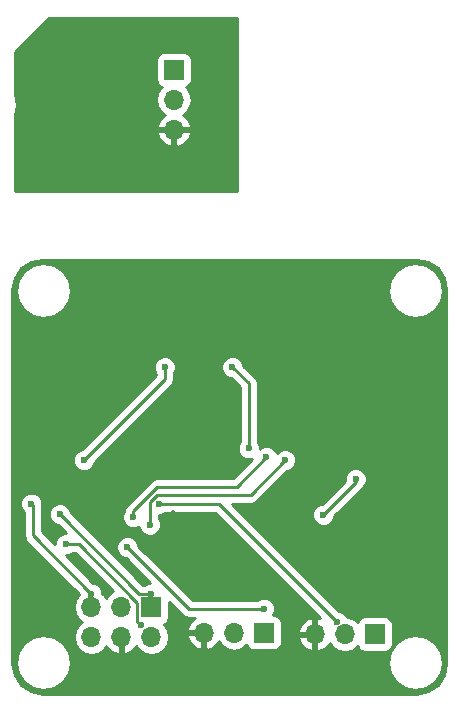
<source format=gbr>
G04 #@! TF.FileFunction,Copper,L2,Bot,Signal*
%FSLAX46Y46*%
G04 Gerber Fmt 4.6, Leading zero omitted, Abs format (unit mm)*
G04 Created by KiCad (PCBNEW 4.0.7) date 04/10/18 01:59:35*
%MOMM*%
%LPD*%
G01*
G04 APERTURE LIST*
%ADD10C,0.100000*%
%ADD11R,1.700000X1.700000*%
%ADD12O,1.700000X1.700000*%
%ADD13C,0.600000*%
%ADD14C,0.250000*%
%ADD15C,0.254000*%
G04 APERTURE END LIST*
D10*
D11*
X108084932Y-92917346D03*
D12*
X108084932Y-95457346D03*
X108084932Y-97997346D03*
D11*
X115697000Y-140589000D03*
D12*
X113157000Y-140589000D03*
X110617000Y-140589000D03*
D11*
X106172000Y-138430000D03*
D12*
X106172000Y-140970000D03*
X103632000Y-138430000D03*
X103632000Y-140970000D03*
X101092000Y-138430000D03*
X101092000Y-140970000D03*
D11*
X125095000Y-140716000D03*
D12*
X122555000Y-140716000D03*
X120015000Y-140716000D03*
D13*
X113030000Y-118110000D03*
X114403000Y-124992000D03*
X123470002Y-127571500D03*
X120743000Y-130590000D03*
X107550000Y-133077000D03*
X102362000Y-136906000D03*
X109855000Y-130810000D03*
X128524000Y-128524000D03*
X121920000Y-118364000D03*
X103225600Y-119405400D03*
X115138200Y-131394200D03*
X100457000Y-125984000D03*
X107315000Y-118110000D03*
X106784640Y-129696180D03*
X121920000Y-139700000D03*
X104140000Y-133350000D03*
X115697000Y-138557000D03*
X98425000Y-130556000D03*
X106172000Y-137287000D03*
X98933000Y-133096000D03*
X105283000Y-139954000D03*
X96012000Y-129667000D03*
X101092000Y-137287000D03*
X115921075Y-125741999D03*
X104642265Y-130814340D03*
X106045000Y-131445000D03*
X117500067Y-125992024D03*
X104782932Y-101172346D03*
D14*
X114403000Y-119483000D02*
X113030000Y-118110000D01*
X114403000Y-124992000D02*
X114403000Y-119483000D01*
X120743000Y-130590000D02*
X123470002Y-127862998D01*
X123470002Y-127862998D02*
X123470002Y-127571500D01*
X108442600Y-130810000D02*
X109855000Y-130810000D01*
X107950000Y-130317400D02*
X108442600Y-130810000D01*
X100457000Y-125984000D02*
X107315000Y-119126000D01*
X107315000Y-119126000D02*
X107315000Y-118110000D01*
X111912400Y-129692400D02*
X106788420Y-129692400D01*
X106788420Y-129692400D02*
X106784640Y-129696180D01*
X121920000Y-139700000D02*
X111912400Y-129692400D01*
X109347000Y-138557000D02*
X104140000Y-133350000D01*
X115697000Y-138557000D02*
X109347000Y-138557000D01*
X106172000Y-137287000D02*
X105156000Y-137287000D01*
X105156000Y-137287000D02*
X98425000Y-130556000D01*
X105283000Y-139954000D02*
X104983001Y-139654001D01*
X104983001Y-139654001D02*
X104983001Y-138041999D01*
X104983001Y-138041999D02*
X100037002Y-133096000D01*
X100037002Y-133096000D02*
X98933000Y-133096000D01*
X96139000Y-132334000D02*
X96139000Y-129794000D01*
X96139000Y-129794000D02*
X96012000Y-129667000D01*
X101092000Y-137287000D02*
X96139000Y-132334000D01*
X106649408Y-128270000D02*
X113393074Y-128270000D01*
X113393074Y-128270000D02*
X115921075Y-125741999D01*
X104642265Y-130814340D02*
X104642265Y-130277143D01*
X104642265Y-130277143D02*
X106649408Y-128270000D01*
X106650818Y-128905000D02*
X114587091Y-128905000D01*
X114587091Y-128905000D02*
X117500067Y-125992024D01*
X106045000Y-131445000D02*
X106045000Y-129510818D01*
X106045000Y-129510818D02*
X106650818Y-128905000D01*
D15*
G36*
X129598745Y-109214372D02*
X130402206Y-109751228D01*
X130939062Y-110554687D01*
X131141000Y-111569901D01*
X131141000Y-143184967D01*
X130939062Y-144200181D01*
X130402206Y-145003640D01*
X129598745Y-145540496D01*
X128583533Y-145742434D01*
X96968467Y-145742434D01*
X95953253Y-145540496D01*
X95149794Y-145003640D01*
X94612938Y-144200179D01*
X94411000Y-143184967D01*
X94411000Y-143125434D01*
X94711050Y-143125434D01*
X94887417Y-144012092D01*
X95389669Y-144763765D01*
X96141342Y-145266017D01*
X97028000Y-145442384D01*
X97914658Y-145266017D01*
X98666331Y-144763765D01*
X99168583Y-144012092D01*
X99344950Y-143125434D01*
X126207050Y-143125434D01*
X126383417Y-144012092D01*
X126885669Y-144763765D01*
X127637342Y-145266017D01*
X128524000Y-145442384D01*
X129410658Y-145266017D01*
X130162331Y-144763765D01*
X130664583Y-144012092D01*
X130840950Y-143125434D01*
X130664583Y-142238776D01*
X130162331Y-141487103D01*
X129410658Y-140984851D01*
X128524000Y-140808484D01*
X127637342Y-140984851D01*
X126885669Y-141487103D01*
X126383417Y-142238776D01*
X126207050Y-143125434D01*
X99344950Y-143125434D01*
X99168583Y-142238776D01*
X98666331Y-141487103D01*
X97914658Y-140984851D01*
X97028000Y-140808484D01*
X96141342Y-140984851D01*
X95389669Y-141487103D01*
X94887417Y-142238776D01*
X94711050Y-143125434D01*
X94411000Y-143125434D01*
X94411000Y-129852167D01*
X95076838Y-129852167D01*
X95218883Y-130195943D01*
X95379000Y-130356340D01*
X95379000Y-132334000D01*
X95436852Y-132624839D01*
X95601599Y-132871401D01*
X100065388Y-137335190D01*
X100041946Y-137350853D01*
X99720039Y-137832622D01*
X99607000Y-138400907D01*
X99607000Y-138459093D01*
X99720039Y-139027378D01*
X100041946Y-139509147D01*
X100327578Y-139700000D01*
X100041946Y-139890853D01*
X99720039Y-140372622D01*
X99607000Y-140940907D01*
X99607000Y-140999093D01*
X99720039Y-141567378D01*
X100041946Y-142049147D01*
X100523715Y-142371054D01*
X101092000Y-142484093D01*
X101660285Y-142371054D01*
X102142054Y-142049147D01*
X102369702Y-141708447D01*
X102436817Y-141851358D01*
X102865076Y-142241645D01*
X103275110Y-142411476D01*
X103505000Y-142290155D01*
X103505000Y-141097000D01*
X103485000Y-141097000D01*
X103485000Y-140843000D01*
X103505000Y-140843000D01*
X103505000Y-140823000D01*
X103759000Y-140823000D01*
X103759000Y-140843000D01*
X103779000Y-140843000D01*
X103779000Y-141097000D01*
X103759000Y-141097000D01*
X103759000Y-142290155D01*
X103988890Y-142411476D01*
X104398924Y-142241645D01*
X104827183Y-141851358D01*
X104894298Y-141708447D01*
X105121946Y-142049147D01*
X105603715Y-142371054D01*
X106172000Y-142484093D01*
X106740285Y-142371054D01*
X107222054Y-142049147D01*
X107543961Y-141567378D01*
X107657000Y-140999093D01*
X107657000Y-140945892D01*
X109175514Y-140945892D01*
X109421817Y-141470358D01*
X109850076Y-141860645D01*
X110260110Y-142030476D01*
X110490000Y-141909155D01*
X110490000Y-140716000D01*
X109296181Y-140716000D01*
X109175514Y-140945892D01*
X107657000Y-140945892D01*
X107657000Y-140940907D01*
X107543961Y-140372622D01*
X107222054Y-139890853D01*
X107220821Y-139890029D01*
X107257317Y-139883162D01*
X107473441Y-139744090D01*
X107618431Y-139531890D01*
X107669440Y-139280000D01*
X107669440Y-137954242D01*
X108809599Y-139094401D01*
X109056161Y-139259148D01*
X109347000Y-139317000D01*
X109850933Y-139317000D01*
X109850076Y-139317355D01*
X109421817Y-139707642D01*
X109175514Y-140232108D01*
X109296181Y-140462000D01*
X110490000Y-140462000D01*
X110490000Y-140442000D01*
X110744000Y-140442000D01*
X110744000Y-140462000D01*
X110764000Y-140462000D01*
X110764000Y-140716000D01*
X110744000Y-140716000D01*
X110744000Y-141909155D01*
X110973890Y-142030476D01*
X111383924Y-141860645D01*
X111812183Y-141470358D01*
X111879298Y-141327447D01*
X112106946Y-141668147D01*
X112588715Y-141990054D01*
X113157000Y-142103093D01*
X113725285Y-141990054D01*
X114207054Y-141668147D01*
X114234850Y-141626548D01*
X114243838Y-141674317D01*
X114382910Y-141890441D01*
X114595110Y-142035431D01*
X114847000Y-142086440D01*
X116547000Y-142086440D01*
X116782317Y-142042162D01*
X116998441Y-141903090D01*
X117143431Y-141690890D01*
X117194440Y-141439000D01*
X117194440Y-141072892D01*
X118573514Y-141072892D01*
X118819817Y-141597358D01*
X119248076Y-141987645D01*
X119658110Y-142157476D01*
X119888000Y-142036155D01*
X119888000Y-140843000D01*
X118694181Y-140843000D01*
X118573514Y-141072892D01*
X117194440Y-141072892D01*
X117194440Y-140359108D01*
X118573514Y-140359108D01*
X118694181Y-140589000D01*
X119888000Y-140589000D01*
X119888000Y-139395845D01*
X119658110Y-139274524D01*
X119248076Y-139444355D01*
X118819817Y-139834642D01*
X118573514Y-140359108D01*
X117194440Y-140359108D01*
X117194440Y-139739000D01*
X117150162Y-139503683D01*
X117011090Y-139287559D01*
X116798890Y-139142569D01*
X116547000Y-139091560D01*
X116484952Y-139091560D01*
X116489192Y-139087327D01*
X116631838Y-138743799D01*
X116632162Y-138371833D01*
X116490117Y-138028057D01*
X116227327Y-137764808D01*
X115883799Y-137622162D01*
X115511833Y-137621838D01*
X115168057Y-137763883D01*
X115134882Y-137797000D01*
X109661802Y-137797000D01*
X105075122Y-133210320D01*
X105075162Y-133164833D01*
X104933117Y-132821057D01*
X104670327Y-132557808D01*
X104326799Y-132415162D01*
X103954833Y-132414838D01*
X103611057Y-132556883D01*
X103347808Y-132819673D01*
X103205162Y-133163201D01*
X103204838Y-133535167D01*
X103346883Y-133878943D01*
X103609673Y-134142192D01*
X103953201Y-134284838D01*
X104000077Y-134284879D01*
X106067106Y-136351908D01*
X105986833Y-136351838D01*
X105643057Y-136493883D01*
X105609882Y-136527000D01*
X105470802Y-136527000D01*
X99943309Y-130999507D01*
X103707103Y-130999507D01*
X103849148Y-131343283D01*
X104111938Y-131606532D01*
X104455466Y-131749178D01*
X104827432Y-131749502D01*
X105110772Y-131632428D01*
X105251883Y-131973943D01*
X105514673Y-132237192D01*
X105858201Y-132379838D01*
X106230167Y-132380162D01*
X106573943Y-132238117D01*
X106837192Y-131975327D01*
X106979838Y-131631799D01*
X106980162Y-131259833D01*
X106838117Y-130916057D01*
X106805000Y-130882882D01*
X106805000Y-130631198D01*
X106969807Y-130631342D01*
X107313583Y-130489297D01*
X107350544Y-130452400D01*
X111597598Y-130452400D01*
X120453541Y-139308343D01*
X120371890Y-139274524D01*
X120142000Y-139395845D01*
X120142000Y-140589000D01*
X120162000Y-140589000D01*
X120162000Y-140843000D01*
X120142000Y-140843000D01*
X120142000Y-142036155D01*
X120371890Y-142157476D01*
X120781924Y-141987645D01*
X121210183Y-141597358D01*
X121277298Y-141454447D01*
X121504946Y-141795147D01*
X121986715Y-142117054D01*
X122555000Y-142230093D01*
X123123285Y-142117054D01*
X123605054Y-141795147D01*
X123632850Y-141753548D01*
X123641838Y-141801317D01*
X123780910Y-142017441D01*
X123993110Y-142162431D01*
X124245000Y-142213440D01*
X125945000Y-142213440D01*
X126180317Y-142169162D01*
X126396441Y-142030090D01*
X126541431Y-141817890D01*
X126592440Y-141566000D01*
X126592440Y-139866000D01*
X126548162Y-139630683D01*
X126409090Y-139414559D01*
X126196890Y-139269569D01*
X125945000Y-139218560D01*
X124245000Y-139218560D01*
X124009683Y-139262838D01*
X123793559Y-139401910D01*
X123648569Y-139614110D01*
X123634914Y-139681541D01*
X123605054Y-139636853D01*
X123123285Y-139314946D01*
X122741165Y-139238937D01*
X122713117Y-139171057D01*
X122450327Y-138907808D01*
X122106799Y-138765162D01*
X122059923Y-138765121D01*
X114069969Y-130775167D01*
X119807838Y-130775167D01*
X119949883Y-131118943D01*
X120212673Y-131382192D01*
X120556201Y-131524838D01*
X120928167Y-131525162D01*
X121271943Y-131383117D01*
X121535192Y-131120327D01*
X121677838Y-130776799D01*
X121677879Y-130729923D01*
X124007403Y-128400399D01*
X124096147Y-128267585D01*
X124262194Y-128101827D01*
X124404840Y-127758299D01*
X124405164Y-127386333D01*
X124263119Y-127042557D01*
X124000329Y-126779308D01*
X123656801Y-126636662D01*
X123284835Y-126636338D01*
X122941059Y-126778383D01*
X122677810Y-127041173D01*
X122535164Y-127384701D01*
X122534869Y-127723329D01*
X120603320Y-129654878D01*
X120557833Y-129654838D01*
X120214057Y-129796883D01*
X119950808Y-130059673D01*
X119808162Y-130403201D01*
X119807838Y-130775167D01*
X114069969Y-130775167D01*
X112959802Y-129665000D01*
X114587091Y-129665000D01*
X114877930Y-129607148D01*
X115124492Y-129442401D01*
X117639747Y-126927146D01*
X117685234Y-126927186D01*
X118029010Y-126785141D01*
X118292259Y-126522351D01*
X118434905Y-126178823D01*
X118435229Y-125806857D01*
X118293184Y-125463081D01*
X118030394Y-125199832D01*
X117686866Y-125057186D01*
X117314900Y-125056862D01*
X116971124Y-125198907D01*
X116785082Y-125384624D01*
X116714192Y-125213056D01*
X116451402Y-124949807D01*
X116107874Y-124807161D01*
X115735908Y-124806837D01*
X115392132Y-124948882D01*
X115337991Y-125002928D01*
X115338162Y-124806833D01*
X115196117Y-124463057D01*
X115163000Y-124429882D01*
X115163000Y-119483000D01*
X115105148Y-119192161D01*
X115105148Y-119192160D01*
X114940401Y-118945599D01*
X113965122Y-117970320D01*
X113965162Y-117924833D01*
X113823117Y-117581057D01*
X113560327Y-117317808D01*
X113216799Y-117175162D01*
X112844833Y-117174838D01*
X112501057Y-117316883D01*
X112237808Y-117579673D01*
X112095162Y-117923201D01*
X112094838Y-118295167D01*
X112236883Y-118638943D01*
X112499673Y-118902192D01*
X112843201Y-119044838D01*
X112890077Y-119044879D01*
X113643000Y-119797802D01*
X113643000Y-124429537D01*
X113610808Y-124461673D01*
X113468162Y-124805201D01*
X113467838Y-125177167D01*
X113609883Y-125520943D01*
X113872673Y-125784192D01*
X114216201Y-125926838D01*
X114588167Y-125927162D01*
X114712471Y-125875801D01*
X113078272Y-127510000D01*
X106649408Y-127510000D01*
X106358569Y-127567852D01*
X106112007Y-127732599D01*
X104104864Y-129739742D01*
X103940117Y-129986304D01*
X103888536Y-130245617D01*
X103850073Y-130284013D01*
X103707427Y-130627541D01*
X103707103Y-130999507D01*
X99943309Y-130999507D01*
X99360122Y-130416320D01*
X99360162Y-130370833D01*
X99218117Y-130027057D01*
X98955327Y-129763808D01*
X98611799Y-129621162D01*
X98239833Y-129620838D01*
X97896057Y-129762883D01*
X97632808Y-130025673D01*
X97490162Y-130369201D01*
X97489838Y-130741167D01*
X97631883Y-131084943D01*
X97894673Y-131348192D01*
X98238201Y-131490838D01*
X98285077Y-131490879D01*
X98955217Y-132161019D01*
X98747833Y-132160838D01*
X98404057Y-132302883D01*
X98140808Y-132565673D01*
X97998162Y-132909201D01*
X97997980Y-133118178D01*
X96899000Y-132019198D01*
X96899000Y-129969005D01*
X96946838Y-129853799D01*
X96947162Y-129481833D01*
X96805117Y-129138057D01*
X96542327Y-128874808D01*
X96198799Y-128732162D01*
X95826833Y-128731838D01*
X95483057Y-128873883D01*
X95219808Y-129136673D01*
X95077162Y-129480201D01*
X95076838Y-129852167D01*
X94411000Y-129852167D01*
X94411000Y-126169167D01*
X99521838Y-126169167D01*
X99663883Y-126512943D01*
X99926673Y-126776192D01*
X100270201Y-126918838D01*
X100642167Y-126919162D01*
X100985943Y-126777117D01*
X101249192Y-126514327D01*
X101391838Y-126170799D01*
X101391879Y-126123923D01*
X107852401Y-119663401D01*
X108017148Y-119416839D01*
X108075000Y-119126000D01*
X108075000Y-118672463D01*
X108107192Y-118640327D01*
X108249838Y-118296799D01*
X108250162Y-117924833D01*
X108108117Y-117581057D01*
X107845327Y-117317808D01*
X107501799Y-117175162D01*
X107129833Y-117174838D01*
X106786057Y-117316883D01*
X106522808Y-117579673D01*
X106380162Y-117923201D01*
X106379838Y-118295167D01*
X106521883Y-118638943D01*
X106555000Y-118672118D01*
X106555000Y-118811198D01*
X100317320Y-125048878D01*
X100271833Y-125048838D01*
X99928057Y-125190883D01*
X99664808Y-125453673D01*
X99522162Y-125797201D01*
X99521838Y-126169167D01*
X94411000Y-126169167D01*
X94411000Y-111629434D01*
X94711050Y-111629434D01*
X94887417Y-112516092D01*
X95389669Y-113267765D01*
X96141342Y-113770017D01*
X97028000Y-113946384D01*
X97914658Y-113770017D01*
X98666331Y-113267765D01*
X99168583Y-112516092D01*
X99344950Y-111629434D01*
X126207050Y-111629434D01*
X126383417Y-112516092D01*
X126885669Y-113267765D01*
X127637342Y-113770017D01*
X128524000Y-113946384D01*
X129410658Y-113770017D01*
X130162331Y-113267765D01*
X130664583Y-112516092D01*
X130840950Y-111629434D01*
X130664583Y-110742776D01*
X130162331Y-109991103D01*
X129410658Y-109488851D01*
X128524000Y-109312484D01*
X127637342Y-109488851D01*
X126885669Y-109991103D01*
X126383417Y-110742776D01*
X126207050Y-111629434D01*
X99344950Y-111629434D01*
X99168583Y-110742776D01*
X98666331Y-109991103D01*
X97914658Y-109488851D01*
X97028000Y-109312484D01*
X96141342Y-109488851D01*
X95389669Y-109991103D01*
X94887417Y-110742776D01*
X94711050Y-111629434D01*
X94411000Y-111629434D01*
X94411000Y-111569901D01*
X94612938Y-110554689D01*
X95149794Y-109751228D01*
X95953253Y-109214372D01*
X96968467Y-109012434D01*
X128583533Y-109012434D01*
X129598745Y-109214372D01*
X129598745Y-109214372D01*
G37*
X129598745Y-109214372D02*
X130402206Y-109751228D01*
X130939062Y-110554687D01*
X131141000Y-111569901D01*
X131141000Y-143184967D01*
X130939062Y-144200181D01*
X130402206Y-145003640D01*
X129598745Y-145540496D01*
X128583533Y-145742434D01*
X96968467Y-145742434D01*
X95953253Y-145540496D01*
X95149794Y-145003640D01*
X94612938Y-144200179D01*
X94411000Y-143184967D01*
X94411000Y-143125434D01*
X94711050Y-143125434D01*
X94887417Y-144012092D01*
X95389669Y-144763765D01*
X96141342Y-145266017D01*
X97028000Y-145442384D01*
X97914658Y-145266017D01*
X98666331Y-144763765D01*
X99168583Y-144012092D01*
X99344950Y-143125434D01*
X126207050Y-143125434D01*
X126383417Y-144012092D01*
X126885669Y-144763765D01*
X127637342Y-145266017D01*
X128524000Y-145442384D01*
X129410658Y-145266017D01*
X130162331Y-144763765D01*
X130664583Y-144012092D01*
X130840950Y-143125434D01*
X130664583Y-142238776D01*
X130162331Y-141487103D01*
X129410658Y-140984851D01*
X128524000Y-140808484D01*
X127637342Y-140984851D01*
X126885669Y-141487103D01*
X126383417Y-142238776D01*
X126207050Y-143125434D01*
X99344950Y-143125434D01*
X99168583Y-142238776D01*
X98666331Y-141487103D01*
X97914658Y-140984851D01*
X97028000Y-140808484D01*
X96141342Y-140984851D01*
X95389669Y-141487103D01*
X94887417Y-142238776D01*
X94711050Y-143125434D01*
X94411000Y-143125434D01*
X94411000Y-129852167D01*
X95076838Y-129852167D01*
X95218883Y-130195943D01*
X95379000Y-130356340D01*
X95379000Y-132334000D01*
X95436852Y-132624839D01*
X95601599Y-132871401D01*
X100065388Y-137335190D01*
X100041946Y-137350853D01*
X99720039Y-137832622D01*
X99607000Y-138400907D01*
X99607000Y-138459093D01*
X99720039Y-139027378D01*
X100041946Y-139509147D01*
X100327578Y-139700000D01*
X100041946Y-139890853D01*
X99720039Y-140372622D01*
X99607000Y-140940907D01*
X99607000Y-140999093D01*
X99720039Y-141567378D01*
X100041946Y-142049147D01*
X100523715Y-142371054D01*
X101092000Y-142484093D01*
X101660285Y-142371054D01*
X102142054Y-142049147D01*
X102369702Y-141708447D01*
X102436817Y-141851358D01*
X102865076Y-142241645D01*
X103275110Y-142411476D01*
X103505000Y-142290155D01*
X103505000Y-141097000D01*
X103485000Y-141097000D01*
X103485000Y-140843000D01*
X103505000Y-140843000D01*
X103505000Y-140823000D01*
X103759000Y-140823000D01*
X103759000Y-140843000D01*
X103779000Y-140843000D01*
X103779000Y-141097000D01*
X103759000Y-141097000D01*
X103759000Y-142290155D01*
X103988890Y-142411476D01*
X104398924Y-142241645D01*
X104827183Y-141851358D01*
X104894298Y-141708447D01*
X105121946Y-142049147D01*
X105603715Y-142371054D01*
X106172000Y-142484093D01*
X106740285Y-142371054D01*
X107222054Y-142049147D01*
X107543961Y-141567378D01*
X107657000Y-140999093D01*
X107657000Y-140945892D01*
X109175514Y-140945892D01*
X109421817Y-141470358D01*
X109850076Y-141860645D01*
X110260110Y-142030476D01*
X110490000Y-141909155D01*
X110490000Y-140716000D01*
X109296181Y-140716000D01*
X109175514Y-140945892D01*
X107657000Y-140945892D01*
X107657000Y-140940907D01*
X107543961Y-140372622D01*
X107222054Y-139890853D01*
X107220821Y-139890029D01*
X107257317Y-139883162D01*
X107473441Y-139744090D01*
X107618431Y-139531890D01*
X107669440Y-139280000D01*
X107669440Y-137954242D01*
X108809599Y-139094401D01*
X109056161Y-139259148D01*
X109347000Y-139317000D01*
X109850933Y-139317000D01*
X109850076Y-139317355D01*
X109421817Y-139707642D01*
X109175514Y-140232108D01*
X109296181Y-140462000D01*
X110490000Y-140462000D01*
X110490000Y-140442000D01*
X110744000Y-140442000D01*
X110744000Y-140462000D01*
X110764000Y-140462000D01*
X110764000Y-140716000D01*
X110744000Y-140716000D01*
X110744000Y-141909155D01*
X110973890Y-142030476D01*
X111383924Y-141860645D01*
X111812183Y-141470358D01*
X111879298Y-141327447D01*
X112106946Y-141668147D01*
X112588715Y-141990054D01*
X113157000Y-142103093D01*
X113725285Y-141990054D01*
X114207054Y-141668147D01*
X114234850Y-141626548D01*
X114243838Y-141674317D01*
X114382910Y-141890441D01*
X114595110Y-142035431D01*
X114847000Y-142086440D01*
X116547000Y-142086440D01*
X116782317Y-142042162D01*
X116998441Y-141903090D01*
X117143431Y-141690890D01*
X117194440Y-141439000D01*
X117194440Y-141072892D01*
X118573514Y-141072892D01*
X118819817Y-141597358D01*
X119248076Y-141987645D01*
X119658110Y-142157476D01*
X119888000Y-142036155D01*
X119888000Y-140843000D01*
X118694181Y-140843000D01*
X118573514Y-141072892D01*
X117194440Y-141072892D01*
X117194440Y-140359108D01*
X118573514Y-140359108D01*
X118694181Y-140589000D01*
X119888000Y-140589000D01*
X119888000Y-139395845D01*
X119658110Y-139274524D01*
X119248076Y-139444355D01*
X118819817Y-139834642D01*
X118573514Y-140359108D01*
X117194440Y-140359108D01*
X117194440Y-139739000D01*
X117150162Y-139503683D01*
X117011090Y-139287559D01*
X116798890Y-139142569D01*
X116547000Y-139091560D01*
X116484952Y-139091560D01*
X116489192Y-139087327D01*
X116631838Y-138743799D01*
X116632162Y-138371833D01*
X116490117Y-138028057D01*
X116227327Y-137764808D01*
X115883799Y-137622162D01*
X115511833Y-137621838D01*
X115168057Y-137763883D01*
X115134882Y-137797000D01*
X109661802Y-137797000D01*
X105075122Y-133210320D01*
X105075162Y-133164833D01*
X104933117Y-132821057D01*
X104670327Y-132557808D01*
X104326799Y-132415162D01*
X103954833Y-132414838D01*
X103611057Y-132556883D01*
X103347808Y-132819673D01*
X103205162Y-133163201D01*
X103204838Y-133535167D01*
X103346883Y-133878943D01*
X103609673Y-134142192D01*
X103953201Y-134284838D01*
X104000077Y-134284879D01*
X106067106Y-136351908D01*
X105986833Y-136351838D01*
X105643057Y-136493883D01*
X105609882Y-136527000D01*
X105470802Y-136527000D01*
X99943309Y-130999507D01*
X103707103Y-130999507D01*
X103849148Y-131343283D01*
X104111938Y-131606532D01*
X104455466Y-131749178D01*
X104827432Y-131749502D01*
X105110772Y-131632428D01*
X105251883Y-131973943D01*
X105514673Y-132237192D01*
X105858201Y-132379838D01*
X106230167Y-132380162D01*
X106573943Y-132238117D01*
X106837192Y-131975327D01*
X106979838Y-131631799D01*
X106980162Y-131259833D01*
X106838117Y-130916057D01*
X106805000Y-130882882D01*
X106805000Y-130631198D01*
X106969807Y-130631342D01*
X107313583Y-130489297D01*
X107350544Y-130452400D01*
X111597598Y-130452400D01*
X120453541Y-139308343D01*
X120371890Y-139274524D01*
X120142000Y-139395845D01*
X120142000Y-140589000D01*
X120162000Y-140589000D01*
X120162000Y-140843000D01*
X120142000Y-140843000D01*
X120142000Y-142036155D01*
X120371890Y-142157476D01*
X120781924Y-141987645D01*
X121210183Y-141597358D01*
X121277298Y-141454447D01*
X121504946Y-141795147D01*
X121986715Y-142117054D01*
X122555000Y-142230093D01*
X123123285Y-142117054D01*
X123605054Y-141795147D01*
X123632850Y-141753548D01*
X123641838Y-141801317D01*
X123780910Y-142017441D01*
X123993110Y-142162431D01*
X124245000Y-142213440D01*
X125945000Y-142213440D01*
X126180317Y-142169162D01*
X126396441Y-142030090D01*
X126541431Y-141817890D01*
X126592440Y-141566000D01*
X126592440Y-139866000D01*
X126548162Y-139630683D01*
X126409090Y-139414559D01*
X126196890Y-139269569D01*
X125945000Y-139218560D01*
X124245000Y-139218560D01*
X124009683Y-139262838D01*
X123793559Y-139401910D01*
X123648569Y-139614110D01*
X123634914Y-139681541D01*
X123605054Y-139636853D01*
X123123285Y-139314946D01*
X122741165Y-139238937D01*
X122713117Y-139171057D01*
X122450327Y-138907808D01*
X122106799Y-138765162D01*
X122059923Y-138765121D01*
X114069969Y-130775167D01*
X119807838Y-130775167D01*
X119949883Y-131118943D01*
X120212673Y-131382192D01*
X120556201Y-131524838D01*
X120928167Y-131525162D01*
X121271943Y-131383117D01*
X121535192Y-131120327D01*
X121677838Y-130776799D01*
X121677879Y-130729923D01*
X124007403Y-128400399D01*
X124096147Y-128267585D01*
X124262194Y-128101827D01*
X124404840Y-127758299D01*
X124405164Y-127386333D01*
X124263119Y-127042557D01*
X124000329Y-126779308D01*
X123656801Y-126636662D01*
X123284835Y-126636338D01*
X122941059Y-126778383D01*
X122677810Y-127041173D01*
X122535164Y-127384701D01*
X122534869Y-127723329D01*
X120603320Y-129654878D01*
X120557833Y-129654838D01*
X120214057Y-129796883D01*
X119950808Y-130059673D01*
X119808162Y-130403201D01*
X119807838Y-130775167D01*
X114069969Y-130775167D01*
X112959802Y-129665000D01*
X114587091Y-129665000D01*
X114877930Y-129607148D01*
X115124492Y-129442401D01*
X117639747Y-126927146D01*
X117685234Y-126927186D01*
X118029010Y-126785141D01*
X118292259Y-126522351D01*
X118434905Y-126178823D01*
X118435229Y-125806857D01*
X118293184Y-125463081D01*
X118030394Y-125199832D01*
X117686866Y-125057186D01*
X117314900Y-125056862D01*
X116971124Y-125198907D01*
X116785082Y-125384624D01*
X116714192Y-125213056D01*
X116451402Y-124949807D01*
X116107874Y-124807161D01*
X115735908Y-124806837D01*
X115392132Y-124948882D01*
X115337991Y-125002928D01*
X115338162Y-124806833D01*
X115196117Y-124463057D01*
X115163000Y-124429882D01*
X115163000Y-119483000D01*
X115105148Y-119192161D01*
X115105148Y-119192160D01*
X114940401Y-118945599D01*
X113965122Y-117970320D01*
X113965162Y-117924833D01*
X113823117Y-117581057D01*
X113560327Y-117317808D01*
X113216799Y-117175162D01*
X112844833Y-117174838D01*
X112501057Y-117316883D01*
X112237808Y-117579673D01*
X112095162Y-117923201D01*
X112094838Y-118295167D01*
X112236883Y-118638943D01*
X112499673Y-118902192D01*
X112843201Y-119044838D01*
X112890077Y-119044879D01*
X113643000Y-119797802D01*
X113643000Y-124429537D01*
X113610808Y-124461673D01*
X113468162Y-124805201D01*
X113467838Y-125177167D01*
X113609883Y-125520943D01*
X113872673Y-125784192D01*
X114216201Y-125926838D01*
X114588167Y-125927162D01*
X114712471Y-125875801D01*
X113078272Y-127510000D01*
X106649408Y-127510000D01*
X106358569Y-127567852D01*
X106112007Y-127732599D01*
X104104864Y-129739742D01*
X103940117Y-129986304D01*
X103888536Y-130245617D01*
X103850073Y-130284013D01*
X103707427Y-130627541D01*
X103707103Y-130999507D01*
X99943309Y-130999507D01*
X99360122Y-130416320D01*
X99360162Y-130370833D01*
X99218117Y-130027057D01*
X98955327Y-129763808D01*
X98611799Y-129621162D01*
X98239833Y-129620838D01*
X97896057Y-129762883D01*
X97632808Y-130025673D01*
X97490162Y-130369201D01*
X97489838Y-130741167D01*
X97631883Y-131084943D01*
X97894673Y-131348192D01*
X98238201Y-131490838D01*
X98285077Y-131490879D01*
X98955217Y-132161019D01*
X98747833Y-132160838D01*
X98404057Y-132302883D01*
X98140808Y-132565673D01*
X97998162Y-132909201D01*
X97997980Y-133118178D01*
X96899000Y-132019198D01*
X96899000Y-129969005D01*
X96946838Y-129853799D01*
X96947162Y-129481833D01*
X96805117Y-129138057D01*
X96542327Y-128874808D01*
X96198799Y-128732162D01*
X95826833Y-128731838D01*
X95483057Y-128873883D01*
X95219808Y-129136673D01*
X95077162Y-129480201D01*
X95076838Y-129852167D01*
X94411000Y-129852167D01*
X94411000Y-126169167D01*
X99521838Y-126169167D01*
X99663883Y-126512943D01*
X99926673Y-126776192D01*
X100270201Y-126918838D01*
X100642167Y-126919162D01*
X100985943Y-126777117D01*
X101249192Y-126514327D01*
X101391838Y-126170799D01*
X101391879Y-126123923D01*
X107852401Y-119663401D01*
X108017148Y-119416839D01*
X108075000Y-119126000D01*
X108075000Y-118672463D01*
X108107192Y-118640327D01*
X108249838Y-118296799D01*
X108250162Y-117924833D01*
X108108117Y-117581057D01*
X107845327Y-117317808D01*
X107501799Y-117175162D01*
X107129833Y-117174838D01*
X106786057Y-117316883D01*
X106522808Y-117579673D01*
X106380162Y-117923201D01*
X106379838Y-118295167D01*
X106521883Y-118638943D01*
X106555000Y-118672118D01*
X106555000Y-118811198D01*
X100317320Y-125048878D01*
X100271833Y-125048838D01*
X99928057Y-125190883D01*
X99664808Y-125453673D01*
X99522162Y-125797201D01*
X99521838Y-126169167D01*
X94411000Y-126169167D01*
X94411000Y-111629434D01*
X94711050Y-111629434D01*
X94887417Y-112516092D01*
X95389669Y-113267765D01*
X96141342Y-113770017D01*
X97028000Y-113946384D01*
X97914658Y-113770017D01*
X98666331Y-113267765D01*
X99168583Y-112516092D01*
X99344950Y-111629434D01*
X126207050Y-111629434D01*
X126383417Y-112516092D01*
X126885669Y-113267765D01*
X127637342Y-113770017D01*
X128524000Y-113946384D01*
X129410658Y-113770017D01*
X130162331Y-113267765D01*
X130664583Y-112516092D01*
X130840950Y-111629434D01*
X130664583Y-110742776D01*
X130162331Y-109991103D01*
X129410658Y-109488851D01*
X128524000Y-109312484D01*
X127637342Y-109488851D01*
X126885669Y-109991103D01*
X126383417Y-110742776D01*
X126207050Y-111629434D01*
X99344950Y-111629434D01*
X99168583Y-110742776D01*
X98666331Y-109991103D01*
X97914658Y-109488851D01*
X97028000Y-109312484D01*
X96141342Y-109488851D01*
X95389669Y-109991103D01*
X94887417Y-110742776D01*
X94711050Y-111629434D01*
X94411000Y-111629434D01*
X94411000Y-111569901D01*
X94612938Y-110554689D01*
X95149794Y-109751228D01*
X95953253Y-109214372D01*
X96968467Y-109012434D01*
X128583533Y-109012434D01*
X129598745Y-109214372D01*
G36*
X102962665Y-137096465D02*
X102581946Y-137350853D01*
X102362000Y-137680026D01*
X102142054Y-137350853D01*
X102027012Y-137273985D01*
X102027162Y-137101833D01*
X101885117Y-136758057D01*
X101622327Y-136494808D01*
X101278799Y-136352162D01*
X101231923Y-136352121D01*
X98910783Y-134030981D01*
X99118167Y-134031162D01*
X99461943Y-133889117D01*
X99495118Y-133856000D01*
X99722200Y-133856000D01*
X102962665Y-137096465D01*
X102962665Y-137096465D01*
G37*
X102962665Y-137096465D02*
X102581946Y-137350853D01*
X102362000Y-137680026D01*
X102142054Y-137350853D01*
X102027012Y-137273985D01*
X102027162Y-137101833D01*
X101885117Y-136758057D01*
X101622327Y-136494808D01*
X101278799Y-136352162D01*
X101231923Y-136352121D01*
X98910783Y-134030981D01*
X99118167Y-134031162D01*
X99461943Y-133889117D01*
X99495118Y-133856000D01*
X99722200Y-133856000D01*
X102962665Y-137096465D01*
G36*
X113411000Y-103169000D02*
X94615000Y-103169000D01*
X94615000Y-98354236D01*
X106643456Y-98354236D01*
X106813287Y-98764270D01*
X107203574Y-99192529D01*
X107728040Y-99438832D01*
X107957932Y-99318165D01*
X107957932Y-98124346D01*
X108211932Y-98124346D01*
X108211932Y-99318165D01*
X108441824Y-99438832D01*
X108966290Y-99192529D01*
X109356577Y-98764270D01*
X109526408Y-98354236D01*
X109405087Y-98124346D01*
X108211932Y-98124346D01*
X107957932Y-98124346D01*
X106764777Y-98124346D01*
X106643456Y-98354236D01*
X94615000Y-98354236D01*
X94615000Y-96619653D01*
X94695737Y-96498822D01*
X94824000Y-95854000D01*
X94745101Y-95457346D01*
X106570839Y-95457346D01*
X106683878Y-96025631D01*
X107005785Y-96507400D01*
X107346485Y-96735048D01*
X107203574Y-96802163D01*
X106813287Y-97230422D01*
X106643456Y-97640456D01*
X106764777Y-97870346D01*
X107957932Y-97870346D01*
X107957932Y-97850346D01*
X108211932Y-97850346D01*
X108211932Y-97870346D01*
X109405087Y-97870346D01*
X109526408Y-97640456D01*
X109356577Y-97230422D01*
X108966290Y-96802163D01*
X108823379Y-96735048D01*
X109164079Y-96507400D01*
X109485986Y-96025631D01*
X109599025Y-95457346D01*
X109485986Y-94889061D01*
X109164079Y-94407292D01*
X109122480Y-94379496D01*
X109170249Y-94370508D01*
X109386373Y-94231436D01*
X109531363Y-94019236D01*
X109582372Y-93767346D01*
X109582372Y-92067346D01*
X109538094Y-91832029D01*
X109399022Y-91615905D01*
X109186822Y-91470915D01*
X108934932Y-91419906D01*
X107234932Y-91419906D01*
X106999615Y-91464184D01*
X106783491Y-91603256D01*
X106638501Y-91815456D01*
X106587492Y-92067346D01*
X106587492Y-93767346D01*
X106631770Y-94002663D01*
X106770842Y-94218787D01*
X106983042Y-94363777D01*
X107050473Y-94377432D01*
X107005785Y-94407292D01*
X106683878Y-94889061D01*
X106570839Y-95457346D01*
X94745101Y-95457346D01*
X94695737Y-95209178D01*
X94615000Y-95088347D01*
X94615000Y-91446736D01*
X97522736Y-88539000D01*
X113411000Y-88539000D01*
X113411000Y-103169000D01*
X113411000Y-103169000D01*
G37*
X113411000Y-103169000D02*
X94615000Y-103169000D01*
X94615000Y-98354236D01*
X106643456Y-98354236D01*
X106813287Y-98764270D01*
X107203574Y-99192529D01*
X107728040Y-99438832D01*
X107957932Y-99318165D01*
X107957932Y-98124346D01*
X108211932Y-98124346D01*
X108211932Y-99318165D01*
X108441824Y-99438832D01*
X108966290Y-99192529D01*
X109356577Y-98764270D01*
X109526408Y-98354236D01*
X109405087Y-98124346D01*
X108211932Y-98124346D01*
X107957932Y-98124346D01*
X106764777Y-98124346D01*
X106643456Y-98354236D01*
X94615000Y-98354236D01*
X94615000Y-96619653D01*
X94695737Y-96498822D01*
X94824000Y-95854000D01*
X94745101Y-95457346D01*
X106570839Y-95457346D01*
X106683878Y-96025631D01*
X107005785Y-96507400D01*
X107346485Y-96735048D01*
X107203574Y-96802163D01*
X106813287Y-97230422D01*
X106643456Y-97640456D01*
X106764777Y-97870346D01*
X107957932Y-97870346D01*
X107957932Y-97850346D01*
X108211932Y-97850346D01*
X108211932Y-97870346D01*
X109405087Y-97870346D01*
X109526408Y-97640456D01*
X109356577Y-97230422D01*
X108966290Y-96802163D01*
X108823379Y-96735048D01*
X109164079Y-96507400D01*
X109485986Y-96025631D01*
X109599025Y-95457346D01*
X109485986Y-94889061D01*
X109164079Y-94407292D01*
X109122480Y-94379496D01*
X109170249Y-94370508D01*
X109386373Y-94231436D01*
X109531363Y-94019236D01*
X109582372Y-93767346D01*
X109582372Y-92067346D01*
X109538094Y-91832029D01*
X109399022Y-91615905D01*
X109186822Y-91470915D01*
X108934932Y-91419906D01*
X107234932Y-91419906D01*
X106999615Y-91464184D01*
X106783491Y-91603256D01*
X106638501Y-91815456D01*
X106587492Y-92067346D01*
X106587492Y-93767346D01*
X106631770Y-94002663D01*
X106770842Y-94218787D01*
X106983042Y-94363777D01*
X107050473Y-94377432D01*
X107005785Y-94407292D01*
X106683878Y-94889061D01*
X106570839Y-95457346D01*
X94745101Y-95457346D01*
X94695737Y-95209178D01*
X94615000Y-95088347D01*
X94615000Y-91446736D01*
X97522736Y-88539000D01*
X113411000Y-88539000D01*
X113411000Y-103169000D01*
M02*

</source>
